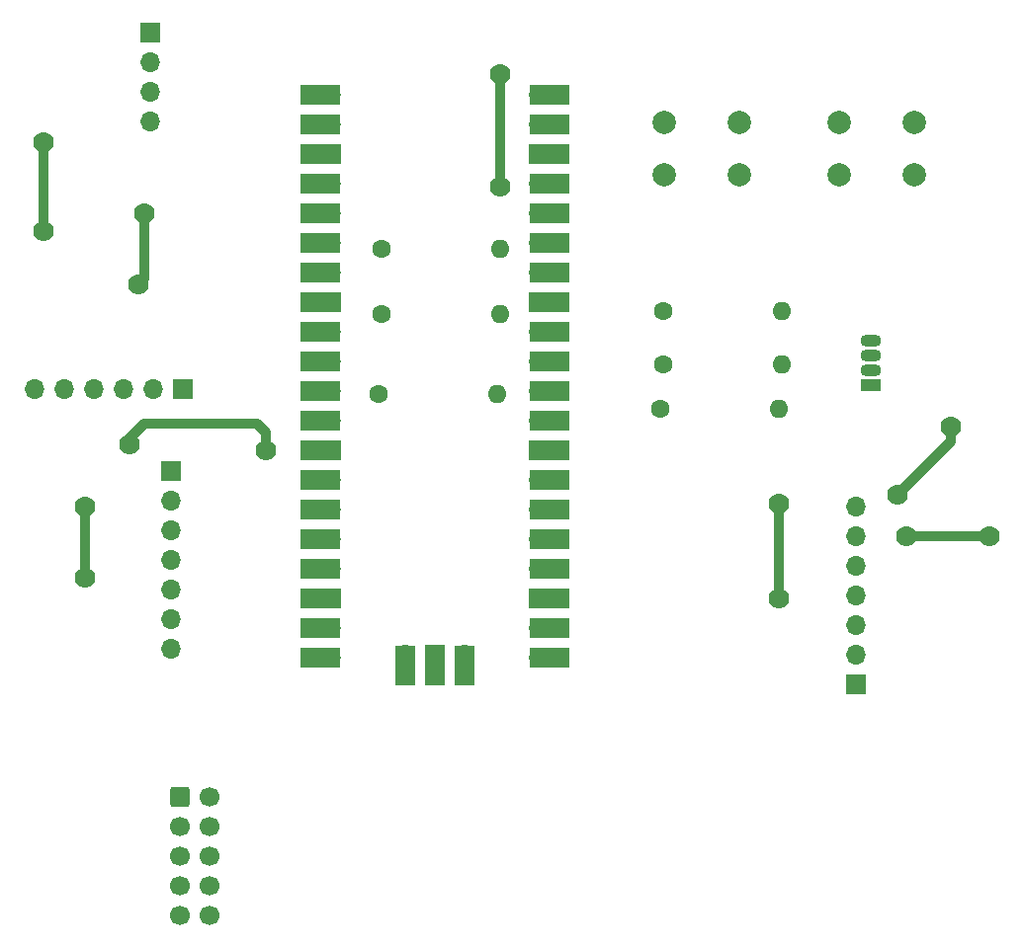
<source format=gbr>
%TF.GenerationSoftware,KiCad,Pcbnew,(6.0.1)*%
%TF.CreationDate,2022-11-11T16:48:07-03:00*%
%TF.ProjectId,Circuito esquem_tico,43697263-7569-4746-9f20-65737175656d,rev?*%
%TF.SameCoordinates,Original*%
%TF.FileFunction,Copper,L1,Top*%
%TF.FilePolarity,Positive*%
%FSLAX46Y46*%
G04 Gerber Fmt 4.6, Leading zero omitted, Abs format (unit mm)*
G04 Created by KiCad (PCBNEW (6.0.1)) date 2022-11-11 16:48:07*
%MOMM*%
%LPD*%
G01*
G04 APERTURE LIST*
G04 Aperture macros list*
%AMRoundRect*
0 Rectangle with rounded corners*
0 $1 Rounding radius*
0 $2 $3 $4 $5 $6 $7 $8 $9 X,Y pos of 4 corners*
0 Add a 4 corners polygon primitive as box body*
4,1,4,$2,$3,$4,$5,$6,$7,$8,$9,$2,$3,0*
0 Add four circle primitives for the rounded corners*
1,1,$1+$1,$2,$3*
1,1,$1+$1,$4,$5*
1,1,$1+$1,$6,$7*
1,1,$1+$1,$8,$9*
0 Add four rect primitives between the rounded corners*
20,1,$1+$1,$2,$3,$4,$5,0*
20,1,$1+$1,$4,$5,$6,$7,0*
20,1,$1+$1,$6,$7,$8,$9,0*
20,1,$1+$1,$8,$9,$2,$3,0*%
G04 Aperture macros list end*
%TA.AperFunction,ComponentPad*%
%ADD10C,1.600000*%
%TD*%
%TA.AperFunction,ComponentPad*%
%ADD11O,1.600000X1.600000*%
%TD*%
%TA.AperFunction,ComponentPad*%
%ADD12R,1.700000X1.700000*%
%TD*%
%TA.AperFunction,ComponentPad*%
%ADD13O,1.700000X1.700000*%
%TD*%
%TA.AperFunction,ComponentPad*%
%ADD14RoundRect,0.250000X-0.600000X-0.600000X0.600000X-0.600000X0.600000X0.600000X-0.600000X0.600000X0*%
%TD*%
%TA.AperFunction,ComponentPad*%
%ADD15C,1.700000*%
%TD*%
%TA.AperFunction,ComponentPad*%
%ADD16C,2.000000*%
%TD*%
%TA.AperFunction,ComponentPad*%
%ADD17R,1.800000X1.070000*%
%TD*%
%TA.AperFunction,ComponentPad*%
%ADD18O,1.800000X1.070000*%
%TD*%
%TA.AperFunction,SMDPad,CuDef*%
%ADD19R,3.500000X1.700000*%
%TD*%
%TA.AperFunction,SMDPad,CuDef*%
%ADD20R,1.700000X3.500000*%
%TD*%
%TA.AperFunction,ViaPad*%
%ADD21C,1.778000*%
%TD*%
%TA.AperFunction,Conductor*%
%ADD22C,0.812800*%
%TD*%
G04 APERTURE END LIST*
D10*
%TO.P,R6,1*%
%TO.N,GP21*%
X158496000Y-73406000D03*
D11*
%TO.P,R6,2*%
%TO.N,Net-(D1-Pad1)*%
X168656000Y-73406000D03*
%TD*%
D12*
%TO.P,J3,1,Pin_1*%
%TO.N,3.3V*%
X114808000Y-41148000D03*
D13*
%TO.P,J3,2,Pin_2*%
%TO.N,GP0*%
X114808000Y-43688000D03*
%TO.P,J3,3,Pin_3*%
%TO.N,GP1*%
X114808000Y-46228000D03*
%TO.P,J3,4,Pin_4*%
%TO.N,GND*%
X114808000Y-48768000D03*
%TD*%
D10*
%TO.P,R5,1*%
%TO.N,GP22*%
X158750000Y-69596000D03*
D11*
%TO.P,R5,2*%
%TO.N,Net-(D1-Pad3)*%
X168910000Y-69596000D03*
%TD*%
D12*
%TO.P,J4,1,Pin_1*%
%TO.N,GP6*%
X117577006Y-71709991D03*
D13*
%TO.P,J4,2,Pin_2*%
%TO.N,GP5*%
X115037006Y-71709991D03*
%TO.P,J4,3,Pin_3*%
%TO.N,GP3*%
X112497006Y-71709991D03*
%TO.P,J4,4,Pin_4*%
%TO.N,GP4*%
X109957006Y-71709991D03*
%TO.P,J4,5,Pin_5*%
%TO.N,3.3V*%
X107417006Y-71709991D03*
%TO.P,J4,6,Pin_6*%
%TO.N,GND*%
X104877006Y-71709991D03*
%TD*%
D14*
%TO.P,J6,1,Pin_1*%
%TO.N,GND*%
X117357500Y-106680000D03*
D15*
%TO.P,J6,2,Pin_2*%
X119897500Y-106680000D03*
%TO.P,J6,3,Pin_3*%
%TO.N,VBUS*%
X117357500Y-109220000D03*
%TO.P,J6,4,Pin_4*%
X119897500Y-109220000D03*
%TO.P,J6,5,Pin_5*%
%TO.N,3.3V*%
X117357500Y-111760000D03*
%TO.P,J6,6,Pin_6*%
X119897500Y-111760000D03*
%TO.P,J6,7,Pin_7*%
%TO.N,GP14*%
X117357500Y-114300000D03*
%TO.P,J6,8,Pin_8*%
X119897500Y-114300000D03*
%TO.P,J6,9,Pin_9*%
%TO.N,GP15*%
X117357500Y-116840000D03*
%TO.P,J6,10,Pin_10*%
X119897500Y-116840000D03*
%TD*%
D10*
%TO.P,R4,1*%
%TO.N,GP26*%
X158750000Y-65024000D03*
D11*
%TO.P,R4,2*%
%TO.N,Net-(D1-Pad4)*%
X168910000Y-65024000D03*
%TD*%
D12*
%TO.P,J1,1,Pin_1*%
%TO.N,GND*%
X116611000Y-78760000D03*
D13*
%TO.P,J1,2,Pin_2*%
%TO.N,VBUS*%
X116611000Y-81300000D03*
%TO.P,J1,3,Pin_3*%
%TO.N,GP2*%
X116611000Y-83840000D03*
%TO.P,J1,4,Pin_4*%
%TO.N,GP8*%
X116611000Y-86380000D03*
%TO.P,J1,5,Pin_5*%
%TO.N,GP9*%
X116611000Y-88920000D03*
%TO.P,J1,6,Pin_6*%
%TO.N,GP10*%
X116611000Y-91460000D03*
%TO.P,J1,7,Pin_7*%
%TO.N,GP11*%
X116611000Y-94000000D03*
%TD*%
D16*
%TO.P,SW2,1,1*%
%TO.N,GND*%
X165302000Y-48804000D03*
X158802000Y-48804000D03*
%TO.P,SW2,2,2*%
%TO.N,GP28*%
X165302000Y-53304000D03*
X158802000Y-53304000D03*
%TD*%
D17*
%TO.P,D1,1,RA*%
%TO.N,Net-(D1-Pad1)*%
X176530000Y-71374000D03*
D18*
%TO.P,D1,2,K*%
%TO.N,GND*%
X176530000Y-70104000D03*
%TO.P,D1,3,BA*%
%TO.N,Net-(D1-Pad3)*%
X176530000Y-68834000D03*
%TO.P,D1,4,GA*%
%TO.N,Net-(D1-Pad4)*%
X176530000Y-67564000D03*
%TD*%
D10*
%TO.P,R1,1*%
%TO.N,GP2*%
X134620000Y-59690000D03*
D11*
%TO.P,R1,2*%
%TO.N,3.3V*%
X144780000Y-59690000D03*
%TD*%
D10*
%TO.P,R2,1*%
%TO.N,GP8*%
X134620000Y-65278000D03*
D11*
%TO.P,R2,2*%
%TO.N,3.3V*%
X144780000Y-65278000D03*
%TD*%
D13*
%TO.P,U1,1,GPIO0*%
%TO.N,GP0*%
X130302000Y-46482000D03*
D19*
X129402000Y-46482000D03*
D13*
%TO.P,U1,2,GPIO1*%
%TO.N,GP1*%
X130302000Y-49022000D03*
D19*
X129402000Y-49022000D03*
%TO.P,U1,3,GND*%
%TO.N,GND*%
X129402000Y-51562000D03*
D12*
X130302000Y-51562000D03*
D13*
%TO.P,U1,4,GPIO2*%
%TO.N,GP2*%
X130302000Y-54102000D03*
D19*
X129402000Y-54102000D03*
D13*
%TO.P,U1,5,GPIO3*%
%TO.N,GP3*%
X130302000Y-56642000D03*
D19*
X129402000Y-56642000D03*
D13*
%TO.P,U1,6,GPIO4*%
%TO.N,GP4*%
X130302000Y-59182000D03*
D19*
X129402000Y-59182000D03*
%TO.P,U1,7,GPIO5*%
%TO.N,GP5*%
X129402000Y-61722000D03*
D13*
X130302000Y-61722000D03*
D12*
%TO.P,U1,8,GND*%
%TO.N,GND*%
X130302000Y-64262000D03*
D19*
X129402000Y-64262000D03*
%TO.P,U1,9,GPIO6*%
%TO.N,GP6*%
X129402000Y-66802000D03*
D13*
X130302000Y-66802000D03*
%TO.P,U1,10,GPIO7*%
%TO.N,GP7*%
X130302000Y-69342000D03*
D19*
X129402000Y-69342000D03*
%TO.P,U1,11,GPIO8*%
%TO.N,GP8*%
X129402000Y-71882000D03*
D13*
X130302000Y-71882000D03*
%TO.P,U1,12,GPIO9*%
%TO.N,GP9*%
X130302000Y-74422000D03*
D19*
X129402000Y-74422000D03*
D12*
%TO.P,U1,13,GND*%
%TO.N,GND*%
X130302000Y-76962000D03*
D19*
X129402000Y-76962000D03*
%TO.P,U1,14,GPIO10*%
%TO.N,GP10*%
X129402000Y-79502000D03*
D13*
X130302000Y-79502000D03*
%TO.P,U1,15,GPIO11*%
%TO.N,GP11*%
X130302000Y-82042000D03*
D19*
X129402000Y-82042000D03*
%TO.P,U1,16,GPIO12*%
%TO.N,GP12*%
X129402000Y-84582000D03*
D13*
X130302000Y-84582000D03*
D19*
%TO.P,U1,17,GPIO13*%
%TO.N,GP13*%
X129402000Y-87122000D03*
D13*
X130302000Y-87122000D03*
D19*
%TO.P,U1,18,GND*%
%TO.N,GND*%
X129402000Y-89662000D03*
D12*
X130302000Y-89662000D03*
D13*
%TO.P,U1,19,GPIO14*%
%TO.N,GP14*%
X130302000Y-92202000D03*
D19*
X129402000Y-92202000D03*
%TO.P,U1,20,GPIO15*%
%TO.N,GP15*%
X129402000Y-94742000D03*
D13*
X130302000Y-94742000D03*
D19*
%TO.P,U1,21,GPIO16*%
%TO.N,GP16*%
X148982000Y-94742000D03*
D13*
X148082000Y-94742000D03*
D19*
%TO.P,U1,22,GPIO17*%
%TO.N,GP17*%
X148982000Y-92202000D03*
D13*
X148082000Y-92202000D03*
D19*
%TO.P,U1,23,GND*%
%TO.N,GND*%
X148982000Y-89662000D03*
D12*
X148082000Y-89662000D03*
D13*
%TO.P,U1,24,GPIO18*%
%TO.N,GP18*%
X148082000Y-87122000D03*
D19*
X148982000Y-87122000D03*
%TO.P,U1,25,GPIO19*%
%TO.N,GP19*%
X148982000Y-84582000D03*
D13*
X148082000Y-84582000D03*
D19*
%TO.P,U1,26,GPIO20*%
%TO.N,GP20*%
X148982000Y-82042000D03*
D13*
X148082000Y-82042000D03*
%TO.P,U1,27,GPIO21*%
%TO.N,GP21*%
X148082000Y-79502000D03*
D19*
X148982000Y-79502000D03*
D12*
%TO.P,U1,28,GND*%
%TO.N,unconnected-(U1-Pad28)*%
X148082000Y-76962000D03*
D19*
X148982000Y-76962000D03*
D13*
%TO.P,U1,29,GPIO22*%
%TO.N,GP22*%
X148082000Y-74422000D03*
D19*
X148982000Y-74422000D03*
%TO.P,U1,30,RUN*%
%TO.N,unconnected-(U1-Pad30)*%
X148982000Y-71882000D03*
D13*
X148082000Y-71882000D03*
%TO.P,U1,31,GPIO26_ADC0*%
%TO.N,GP26*%
X148082000Y-69342000D03*
D19*
X148982000Y-69342000D03*
D13*
%TO.P,U1,32,GPIO27_ADC1*%
%TO.N,GP27*%
X148082000Y-66802000D03*
D19*
X148982000Y-66802000D03*
%TO.P,U1,33,AGND*%
%TO.N,unconnected-(U1-Pad33)*%
X148982000Y-64262000D03*
D12*
X148082000Y-64262000D03*
D19*
%TO.P,U1,34,GPIO28_ADC2*%
%TO.N,GP28*%
X148982000Y-61722000D03*
D13*
X148082000Y-61722000D03*
D19*
%TO.P,U1,35,ADC_VREF*%
%TO.N,unconnected-(U1-Pad35)*%
X148982000Y-59182000D03*
D13*
X148082000Y-59182000D03*
%TO.P,U1,36,3V3*%
%TO.N,3.3V*%
X148082000Y-56642000D03*
D19*
X148982000Y-56642000D03*
%TO.P,U1,37,3V3_EN*%
%TO.N,unconnected-(U1-Pad37)*%
X148982000Y-54102000D03*
D13*
X148082000Y-54102000D03*
D19*
%TO.P,U1,38,GND*%
%TO.N,GND*%
X148982000Y-51562000D03*
D12*
X148082000Y-51562000D03*
D19*
%TO.P,U1,39,VSYS*%
%TO.N,unconnected-(U1-Pad39)*%
X148982000Y-49022000D03*
D13*
X148082000Y-49022000D03*
%TO.P,U1,40,VBUS*%
%TO.N,VBUS*%
X148082000Y-46482000D03*
D19*
X148982000Y-46482000D03*
D20*
%TO.P,U1,41,SWCLK*%
%TO.N,unconnected-(U1-Pad41)*%
X136652000Y-95412000D03*
D13*
X136652000Y-94512000D03*
D12*
%TO.P,U1,42,GND*%
%TO.N,unconnected-(U1-Pad42)*%
X139192000Y-94512000D03*
D20*
X139192000Y-95412000D03*
D13*
%TO.P,U1,43,SWDIO*%
%TO.N,unconnected-(U1-Pad43)*%
X141732000Y-94512000D03*
D20*
X141732000Y-95412000D03*
%TD*%
D12*
%TO.P,J5,1,Pin_1*%
%TO.N,GP16*%
X175235000Y-97008000D03*
D13*
%TO.P,J5,2,Pin_2*%
%TO.N,GP17*%
X175235000Y-94468000D03*
%TO.P,J5,3,Pin_3*%
%TO.N,GP20*%
X175235000Y-91928000D03*
%TO.P,J5,4,Pin_4*%
%TO.N,GP19*%
X175235000Y-89388000D03*
%TO.P,J5,5,Pin_5*%
%TO.N,GP18*%
X175235000Y-86848000D03*
%TO.P,J5,6,Pin_6*%
%TO.N,3.3V*%
X175235000Y-84308000D03*
%TO.P,J5,7,Pin_7*%
%TO.N,GND*%
X175235000Y-81768000D03*
%TD*%
D10*
%TO.P,R3,1*%
%TO.N,GP9*%
X134366000Y-72136000D03*
D11*
%TO.P,R3,2*%
%TO.N,3.3V*%
X144526000Y-72136000D03*
%TD*%
D16*
%TO.P,SW1,1,1*%
%TO.N,GND*%
X180288000Y-48804000D03*
X173788000Y-48804000D03*
%TO.P,SW1,2,2*%
%TO.N,GP27*%
X180288000Y-53304000D03*
X173788000Y-53304000D03*
%TD*%
D21*
%TO.N,3.3V*%
X144780000Y-44704000D03*
X144780000Y-54356000D03*
%TO.N,GND*%
X168656000Y-81534000D03*
X168656000Y-89662000D03*
X113030000Y-76454000D03*
X183388000Y-74930000D03*
X178816000Y-80772000D03*
X124714000Y-76962000D03*
%TO.N,GP3*%
X114300000Y-56642000D03*
%TO.N,3.3V*%
X186690000Y-84328000D03*
%TO.N,VBUS*%
X109220000Y-87884000D03*
X109220000Y-81788000D03*
%TO.N,3.3V*%
X105664000Y-58166000D03*
X179558010Y-84308010D03*
X105664000Y-50546000D03*
%TO.N,GP3*%
X113792000Y-62738000D03*
%TD*%
D22*
%TO.N,3.3V*%
X144780000Y-54356000D02*
X144780000Y-44704000D01*
%TO.N,GND*%
X168656000Y-89662000D02*
X168656000Y-81534000D01*
X114300000Y-74676000D02*
X113030000Y-75946000D01*
X113030000Y-75946000D02*
X113030000Y-76454000D01*
X123952000Y-74676000D02*
X114300000Y-74676000D01*
X124714000Y-75438000D02*
X123952000Y-74676000D01*
X124714000Y-76962000D02*
X124714000Y-75438000D01*
X183388000Y-76200000D02*
X183388000Y-74930000D01*
X178816000Y-80772000D02*
X183388000Y-76200000D01*
%TO.N,GP3*%
X114300000Y-62230000D02*
X113792000Y-62738000D01*
X114300000Y-56642000D02*
X114300000Y-62230000D01*
%TO.N,3.3V*%
X179578000Y-84328000D02*
X186690000Y-84328000D01*
X179558010Y-84308010D02*
X179578000Y-84328000D01*
%TO.N,VBUS*%
X109220000Y-87884000D02*
X109220000Y-81788000D01*
%TO.N,3.3V*%
X179558000Y-84308000D02*
X179578000Y-84328000D01*
X105664000Y-50546000D02*
X105664000Y-58166000D01*
%TD*%
M02*

</source>
